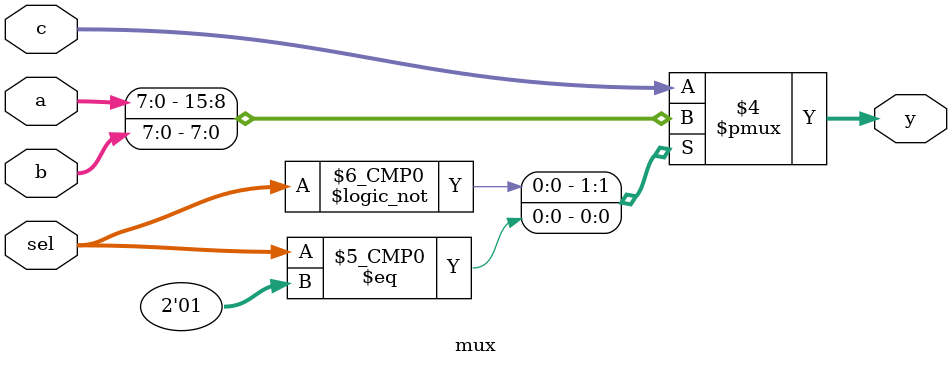
<source format=v>
`timescale 1ns / 1ps

module mux(
    input [7:0] a,b,c,
    input [1:0] sel,
    output reg [7:0] y
    );
    
    always @(*) begin
        case(sel)
            2'b00: begin
                y = a;
            end
            2'b01: begin
                y = b;
            end
            2'b10: begin
                y = c;
            end
            default: begin
                y = c;
            end
        endcase
    end
endmodule

</source>
